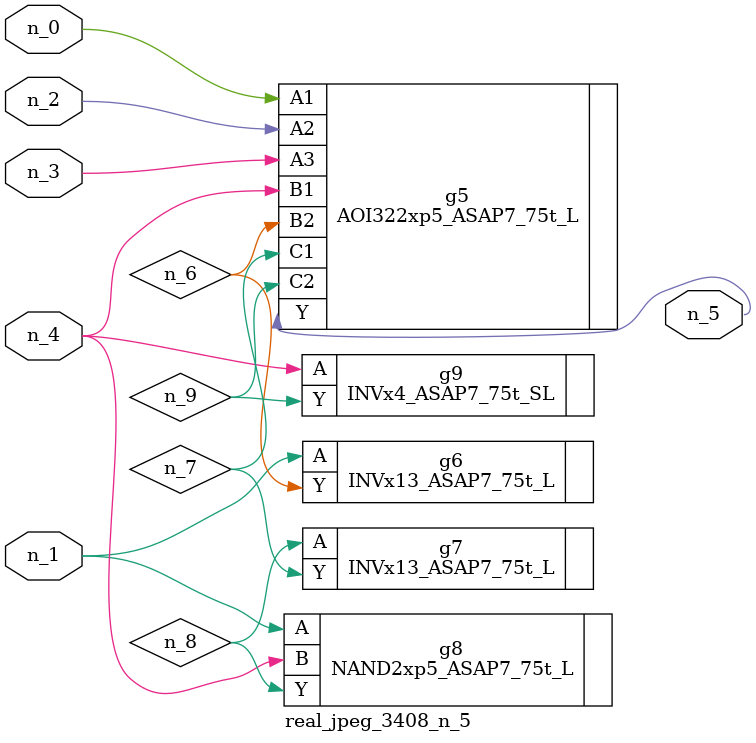
<source format=v>
module real_jpeg_3408_n_5 (n_4, n_0, n_1, n_2, n_3, n_5);

input n_4;
input n_0;
input n_1;
input n_2;
input n_3;

output n_5;

wire n_8;
wire n_6;
wire n_7;
wire n_9;

AOI322xp5_ASAP7_75t_L g5 ( 
.A1(n_0),
.A2(n_2),
.A3(n_3),
.B1(n_4),
.B2(n_6),
.C1(n_7),
.C2(n_9),
.Y(n_5)
);

INVx13_ASAP7_75t_L g6 ( 
.A(n_1),
.Y(n_6)
);

NAND2xp5_ASAP7_75t_L g8 ( 
.A(n_1),
.B(n_4),
.Y(n_8)
);

INVx4_ASAP7_75t_SL g9 ( 
.A(n_4),
.Y(n_9)
);

INVx13_ASAP7_75t_L g7 ( 
.A(n_8),
.Y(n_7)
);


endmodule
</source>
